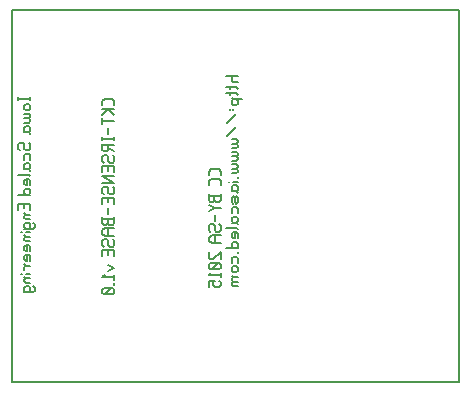
<source format=gbr>
G04 start of page 10 for group -4078 idx -4078 *
G04 Title: (unknown), bottomsilk *
G04 Creator: pcb 20140316 *
G04 CreationDate: Mon 02 Nov 2015 05:35:22 PM GMT UTC *
G04 For: ndholmes *
G04 Format: Gerber/RS-274X *
G04 PCB-Dimensions (mil): 1500.00 1250.00 *
G04 PCB-Coordinate-Origin: lower left *
%MOIN*%
%FSLAX25Y25*%
%LNBOTTOMSILK*%
%ADD84C,0.0060*%
%ADD83C,0.0080*%
G54D83*X500Y500D02*X149500D01*
Y124500D01*
X500D01*
Y500D01*
G54D84*X34500Y93000D02*Y94300D01*
X33800Y95000D02*X34500Y94300D01*
X31200Y95000D02*X33800D01*
X31200D02*X30500Y94300D01*
Y93000D02*Y94300D01*
Y91800D02*X34500D01*
X32500D02*X30500Y89800D01*
X32500Y91800D02*X34500Y89800D01*
X30500Y86600D02*Y88600D01*
Y87600D02*X34500D01*
X32500Y83400D02*Y85400D01*
X30500Y81200D02*Y82200D01*
Y81700D02*X34500D01*
Y81200D02*Y82200D01*
X30500Y78000D02*Y80000D01*
Y78000D02*X31000Y77500D01*
X32000D01*
X32500Y78000D02*X32000Y77500D01*
X32500Y78000D02*Y79500D01*
X30500D02*X34500D01*
X32500Y78700D02*X34500Y77500D01*
X30500Y74300D02*X31000Y73800D01*
X30500Y74300D02*Y75800D01*
X31000Y76300D02*X30500Y75800D01*
X31000Y76300D02*X32000D01*
X32500Y75800D01*
Y74300D02*Y75800D01*
Y74300D02*X33000Y73800D01*
X34000D01*
X34500Y74300D02*X34000Y73800D01*
X34500Y74300D02*Y75800D01*
X34000Y76300D02*X34500Y75800D01*
X32300Y71100D02*Y72600D01*
X34500Y70600D02*Y72600D01*
X30500D02*X34500D01*
X30500Y70600D02*Y72600D01*
Y69400D02*X34500D01*
X30500D02*X34500Y66900D01*
X30500D02*X34500D01*
X30500Y63700D02*X31000Y63200D01*
X30500Y63700D02*Y65200D01*
X31000Y65700D02*X30500Y65200D01*
X31000Y65700D02*X32000D01*
X32500Y65200D01*
Y63700D02*Y65200D01*
Y63700D02*X33000Y63200D01*
X34000D01*
X34500Y63700D02*X34000Y63200D01*
X34500Y63700D02*Y65200D01*
X34000Y65700D02*X34500Y65200D01*
X32300Y60500D02*Y62000D01*
X34500Y60000D02*Y62000D01*
X30500D02*X34500D01*
X30500Y60000D02*Y62000D01*
X32500Y56800D02*Y58800D01*
X34500Y53600D02*Y55600D01*
Y53600D02*X34000Y53100D01*
X32800D02*X34000D01*
X32300Y53600D02*X32800Y53100D01*
X32300Y53600D02*Y55100D01*
X30500D02*X34500D01*
X30500Y53600D02*Y55600D01*
Y53600D02*X31000Y53100D01*
X31800D01*
X32300Y53600D02*X31800Y53100D01*
X31500Y51900D02*X34500D01*
X31500D02*X30500Y51200D01*
Y50100D02*Y51200D01*
Y50100D02*X31500Y49400D01*
X34500D01*
X32500D02*Y51900D01*
X30500Y46200D02*X31000Y45700D01*
X30500Y46200D02*Y47700D01*
X31000Y48200D02*X30500Y47700D01*
X31000Y48200D02*X32000D01*
X32500Y47700D01*
Y46200D02*Y47700D01*
Y46200D02*X33000Y45700D01*
X34000D01*
X34500Y46200D02*X34000Y45700D01*
X34500Y46200D02*Y47700D01*
X34000Y48200D02*X34500Y47700D01*
X32300Y43000D02*Y44500D01*
X34500Y42500D02*Y44500D01*
X30500D02*X34500D01*
X30500Y42500D02*Y44500D01*
X32500Y39500D02*X34500Y38500D01*
X32500Y37500D02*X34500Y38500D01*
X31300Y36300D02*X30500Y35500D01*
X34500D01*
Y34800D02*Y36300D01*
Y33100D02*Y33600D01*
X34000Y31900D02*X34500Y31400D01*
X31000Y31900D02*X34000D01*
X31000D02*X30500Y31400D01*
Y30400D02*Y31400D01*
Y30400D02*X31000Y29900D01*
X34000D01*
X34500Y30400D02*X34000Y29900D01*
X34500Y30400D02*Y31400D01*
X33500Y31900D02*X31500Y29900D01*
X71563Y102594D02*X75563D01*
X74063D02*X73563Y102094D01*
Y101094D02*Y102094D01*
Y101094D02*X74063Y100594D01*
X75563D01*
X71563Y98894D02*X75063D01*
X75563Y98394D01*
X73063D02*Y99394D01*
X71563Y96894D02*X75063D01*
X75563Y96394D01*
X73063D02*Y97394D01*
X74063Y94894D02*X77063D01*
X73563Y95394D02*X74063Y94894D01*
X73563Y94394D01*
Y93394D02*Y94394D01*
Y93394D02*X74063Y92894D01*
X75063D01*
X75563Y93394D02*X75063Y92894D01*
X75563Y93394D02*Y94394D01*
X75063Y94894D02*X75563Y94394D01*
X73063Y91194D02*Y91694D01*
X74063Y91194D02*Y91694D01*
X75063Y89994D02*X72063Y86994D01*
X75063Y85794D02*X72063Y82794D01*
X73563Y81594D02*X75063D01*
X75563Y81094D01*
Y80594D02*Y81094D01*
Y80594D02*X75063Y80094D01*
X73563D02*X75063D01*
X75563Y79594D01*
Y79094D02*Y79594D01*
Y79094D02*X75063Y78594D01*
X73563D02*X75063D01*
X73563Y77394D02*X75063D01*
X75563Y76894D01*
Y76394D02*Y76894D01*
Y76394D02*X75063Y75894D01*
X73563D02*X75063D01*
X75563Y75394D01*
Y74894D02*Y75394D01*
Y74894D02*X75063Y74394D01*
X73563D02*X75063D01*
X73563Y73194D02*X75063D01*
X75563Y72694D01*
Y72194D02*Y72694D01*
Y72194D02*X75063Y71694D01*
X73563D02*X75063D01*
X75563Y71194D01*
Y70694D02*Y71194D01*
Y70694D02*X75063Y70194D01*
X73563D02*X75063D01*
X75563Y68494D02*Y68994D01*
X72563Y67294D02*X72663D01*
X74063D02*X75563D01*
X73563Y64794D02*X74063Y64294D01*
X73563Y64794D02*Y65794D01*
X74063Y66294D02*X73563Y65794D01*
X74063Y66294D02*X75063D01*
X75563Y65794D01*
X73563Y64294D02*X75063D01*
X75563Y63794D01*
Y64794D02*Y65794D01*
Y64794D02*X75063Y64294D01*
X75563Y60594D02*Y62094D01*
Y60594D02*X75063Y60094D01*
X74563Y60594D02*X75063Y60094D01*
X74563Y60594D02*Y62094D01*
X74063Y62594D02*X74563Y62094D01*
X74063Y62594D02*X73563Y62094D01*
Y60594D02*Y62094D01*
Y60594D02*X74063Y60094D01*
X75063Y62594D02*X75563Y62094D01*
X73563Y56894D02*Y58394D01*
X74063Y58894D02*X73563Y58394D01*
X74063Y58894D02*X75063D01*
X75563Y58394D01*
Y56894D02*Y58394D01*
X73563Y54194D02*X74063Y53694D01*
X73563Y54194D02*Y55194D01*
X74063Y55694D02*X73563Y55194D01*
X74063Y55694D02*X75063D01*
X75563Y55194D01*
X73563Y53694D02*X75063D01*
X75563Y53194D01*
Y54194D02*Y55194D01*
Y54194D02*X75063Y53694D01*
X71563Y51994D02*X75063D01*
X75563Y51494D01*
Y48494D02*Y49994D01*
X75063Y50494D02*X75563Y49994D01*
X74063Y50494D02*X75063D01*
X74063D02*X73563Y49994D01*
Y48994D02*Y49994D01*
Y48994D02*X74063Y48494D01*
X74563D02*Y50494D01*
X74063Y48494D02*X74563D01*
X71563Y45294D02*X75563D01*
Y45794D02*X75063Y45294D01*
X75563Y45794D02*Y46794D01*
X75063Y47294D02*X75563Y46794D01*
X74063Y47294D02*X75063D01*
X74063D02*X73563Y46794D01*
Y45794D02*Y46794D01*
Y45794D02*X74063Y45294D01*
X75563Y43594D02*Y44094D01*
X73563Y40394D02*Y41894D01*
X74063Y42394D02*X73563Y41894D01*
X74063Y42394D02*X75063D01*
X75563Y41894D01*
Y40394D02*Y41894D01*
X74063Y39194D02*X75063D01*
X74063D02*X73563Y38694D01*
Y37694D02*Y38694D01*
Y37694D02*X74063Y37194D01*
X75063D01*
X75563Y37694D02*X75063Y37194D01*
X75563Y37694D02*Y38694D01*
X75063Y39194D02*X75563Y38694D01*
X74063Y35494D02*X75563D01*
X74063D02*X73563Y34994D01*
Y34494D02*Y34994D01*
Y34494D02*X74063Y33994D01*
X75563D01*
X74063D02*X73563Y33494D01*
Y32994D02*Y33494D01*
Y32994D02*X74063Y32494D01*
X75563D01*
X73563Y35994D02*X74063Y35494D01*
X69921Y69500D02*Y70800D01*
X69221Y71500D02*X69921Y70800D01*
X66621Y71500D02*X69221D01*
X66621D02*X65921Y70800D01*
Y69500D02*Y70800D01*
X69921Y66300D02*Y67600D01*
X69221Y68300D02*X69921Y67600D01*
X66621Y68300D02*X69221D01*
X66621D02*X65921Y67600D01*
Y66300D02*Y67600D01*
X69921Y61300D02*Y63300D01*
Y61300D02*X69421Y60800D01*
X68221D02*X69421D01*
X67721Y61300D02*X68221Y60800D01*
X67721Y61300D02*Y62800D01*
X65921D02*X69921D01*
X65921Y61300D02*Y63300D01*
Y61300D02*X66421Y60800D01*
X67221D01*
X67721Y61300D02*X67221Y60800D01*
X65921Y59600D02*X67921Y58600D01*
X65921Y57600D01*
X67921Y58600D02*X69921D01*
X67921Y54400D02*Y56400D01*
X65921Y51200D02*X66421Y50700D01*
X65921Y51200D02*Y52700D01*
X66421Y53200D02*X65921Y52700D01*
X66421Y53200D02*X67421D01*
X67921Y52700D01*
Y51200D02*Y52700D01*
Y51200D02*X68421Y50700D01*
X69421D01*
X69921Y51200D02*X69421Y50700D01*
X69921Y51200D02*Y52700D01*
X69421Y53200D02*X69921Y52700D01*
X66921Y49500D02*X69921D01*
X66921D02*X65921Y48800D01*
Y47700D02*Y48800D01*
Y47700D02*X66921Y47000D01*
X69921D01*
X67921D02*Y49500D01*
X66421Y44000D02*X65921Y43500D01*
Y42000D02*Y43500D01*
Y42000D02*X66421Y41500D01*
X67421D01*
X69921Y44000D02*X67421Y41500D01*
X69921D02*Y44000D01*
X69421Y40300D02*X69921Y39800D01*
X66421Y40300D02*X69421D01*
X66421D02*X65921Y39800D01*
Y38800D02*Y39800D01*
Y38800D02*X66421Y38300D01*
X69421D01*
X69921Y38800D02*X69421Y38300D01*
X69921Y38800D02*Y39800D01*
X68921Y40300D02*X66921Y38300D01*
X66721Y37100D02*X65921Y36300D01*
X69921D01*
Y35600D02*Y37100D01*
X65921Y32400D02*Y34400D01*
X67921D01*
X67421Y33900D01*
Y32900D02*Y33900D01*
Y32900D02*X67921Y32400D01*
X69421D01*
X69921Y32900D02*X69421Y32400D01*
X69921Y32900D02*Y33900D01*
X69421Y34400D02*X69921Y33900D01*
X2500Y94500D02*Y95500D01*
Y95000D02*X6500D01*
Y94500D02*Y95500D01*
X5000Y93300D02*X6000D01*
X5000D02*X4500Y92800D01*
Y91800D02*Y92800D01*
Y91800D02*X5000Y91300D01*
X6000D01*
X6500Y91800D02*X6000Y91300D01*
X6500Y91800D02*Y92800D01*
X6000Y93300D02*X6500Y92800D01*
X4500Y90100D02*X6000D01*
X6500Y89600D01*
Y89100D02*Y89600D01*
Y89100D02*X6000Y88600D01*
X4500D02*X6000D01*
X6500Y88100D01*
Y87600D02*Y88100D01*
Y87600D02*X6000Y87100D01*
X4500D02*X6000D01*
X4500Y84400D02*X5000Y83900D01*
X4500Y84400D02*Y85400D01*
X5000Y85900D02*X4500Y85400D01*
X5000Y85900D02*X6000D01*
X6500Y85400D01*
X4500Y83900D02*X6000D01*
X6500Y83400D01*
Y84400D02*Y85400D01*
Y84400D02*X6000Y83900D01*
X2500Y78400D02*X3000Y77900D01*
X2500Y78400D02*Y79900D01*
X3000Y80400D02*X2500Y79900D01*
X3000Y80400D02*X4000D01*
X4500Y79900D01*
Y78400D02*Y79900D01*
Y78400D02*X5000Y77900D01*
X6000D01*
X6500Y78400D02*X6000Y77900D01*
X6500Y78400D02*Y79900D01*
X6000Y80400D02*X6500Y79900D01*
X4500Y74700D02*Y76200D01*
X5000Y76700D02*X4500Y76200D01*
X5000Y76700D02*X6000D01*
X6500Y76200D01*
Y74700D02*Y76200D01*
X4500Y72000D02*X5000Y71500D01*
X4500Y72000D02*Y73000D01*
X5000Y73500D02*X4500Y73000D01*
X5000Y73500D02*X6000D01*
X6500Y73000D01*
X4500Y71500D02*X6000D01*
X6500Y71000D01*
Y72000D02*Y73000D01*
Y72000D02*X6000Y71500D01*
X2500Y69800D02*X6000D01*
X6500Y69300D01*
Y66300D02*Y67800D01*
X6000Y68300D02*X6500Y67800D01*
X5000Y68300D02*X6000D01*
X5000D02*X4500Y67800D01*
Y66800D02*Y67800D01*
Y66800D02*X5000Y66300D01*
X5500D02*Y68300D01*
X5000Y66300D02*X5500D01*
X2500Y63100D02*X6500D01*
Y63600D02*X6000Y63100D01*
X6500Y63600D02*Y64600D01*
X6000Y65100D02*X6500Y64600D01*
X5000Y65100D02*X6000D01*
X5000D02*X4500Y64600D01*
Y63600D02*Y64600D01*
Y63600D02*X5000Y63100D01*
X4300Y58600D02*Y60100D01*
X6500Y58100D02*Y60100D01*
X2500D02*X6500D01*
X2500Y58100D02*Y60100D01*
X5000Y56400D02*X6500D01*
X5000D02*X4500Y55900D01*
Y55400D02*Y55900D01*
Y55400D02*X5000Y54900D01*
X6500D01*
X4500Y56900D02*X5000Y56400D01*
X4500Y52200D02*X5000Y51700D01*
X4500Y52200D02*Y53200D01*
X5000Y53700D02*X4500Y53200D01*
X5000Y53700D02*X6000D01*
X6500Y53200D01*
Y52200D02*Y53200D01*
Y52200D02*X6000Y51700D01*
X7500Y53700D02*X8000Y53200D01*
Y52200D02*Y53200D01*
Y52200D02*X7500Y51700D01*
X4500D02*X7500D01*
X3500Y50500D02*X3600D01*
X5000D02*X6500D01*
X5000Y49000D02*X6500D01*
X5000D02*X4500Y48500D01*
Y48000D02*Y48500D01*
Y48000D02*X5000Y47500D01*
X6500D01*
X4500Y49500D02*X5000Y49000D01*
X6500Y44300D02*Y45800D01*
X6000Y46300D02*X6500Y45800D01*
X5000Y46300D02*X6000D01*
X5000D02*X4500Y45800D01*
Y44800D02*Y45800D01*
Y44800D02*X5000Y44300D01*
X5500D02*Y46300D01*
X5000Y44300D02*X5500D01*
X6500Y41100D02*Y42600D01*
X6000Y43100D02*X6500Y42600D01*
X5000Y43100D02*X6000D01*
X5000D02*X4500Y42600D01*
Y41600D02*Y42600D01*
Y41600D02*X5000Y41100D01*
X5500D02*Y43100D01*
X5000Y41100D02*X5500D01*
X5000Y39400D02*X6500D01*
X5000D02*X4500Y38900D01*
Y37900D02*Y38900D01*
Y39900D02*X5000Y39400D01*
X3500Y36700D02*X3600D01*
X5000D02*X6500D01*
X5000Y35200D02*X6500D01*
X5000D02*X4500Y34700D01*
Y34200D02*Y34700D01*
Y34200D02*X5000Y33700D01*
X6500D01*
X4500Y35700D02*X5000Y35200D01*
X4500Y31000D02*X5000Y30500D01*
X4500Y31000D02*Y32000D01*
X5000Y32500D02*X4500Y32000D01*
X5000Y32500D02*X6000D01*
X6500Y32000D01*
Y31000D02*Y32000D01*
Y31000D02*X6000Y30500D01*
X7500Y32500D02*X8000Y32000D01*
Y31000D02*Y32000D01*
Y31000D02*X7500Y30500D01*
X4500D02*X7500D01*
M02*

</source>
